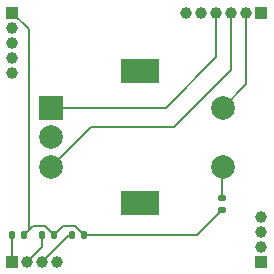
<source format=gbl>
%TF.GenerationSoftware,KiCad,Pcbnew,9.0.5-1.fc42*%
%TF.CreationDate,2025-12-03T04:58:23+01:00*%
%TF.ProjectId,Block-RotaryEncoder-Button,426c6f63-6b2d-4526-9f74-617279456e63,1*%
%TF.SameCoordinates,Original*%
%TF.FileFunction,Copper,L2,Bot*%
%TF.FilePolarity,Positive*%
%FSLAX46Y46*%
G04 Gerber Fmt 4.6, Leading zero omitted, Abs format (unit mm)*
G04 Created by KiCad (PCBNEW 9.0.5-1.fc42) date 2025-12-03 04:58:23*
%MOMM*%
%LPD*%
G01*
G04 APERTURE LIST*
G04 Aperture macros list*
%AMRoundRect*
0 Rectangle with rounded corners*
0 $1 Rounding radius*
0 $2 $3 $4 $5 $6 $7 $8 $9 X,Y pos of 4 corners*
0 Add a 4 corners polygon primitive as box body*
4,1,4,$2,$3,$4,$5,$6,$7,$8,$9,$2,$3,0*
0 Add four circle primitives for the rounded corners*
1,1,$1+$1,$2,$3*
1,1,$1+$1,$4,$5*
1,1,$1+$1,$6,$7*
1,1,$1+$1,$8,$9*
0 Add four rect primitives between the rounded corners*
20,1,$1+$1,$2,$3,$4,$5,0*
20,1,$1+$1,$4,$5,$6,$7,0*
20,1,$1+$1,$6,$7,$8,$9,0*
20,1,$1+$1,$8,$9,$2,$3,0*%
G04 Aperture macros list end*
%TA.AperFunction,ComponentPad*%
%ADD10R,2.000000X2.000000*%
%TD*%
%TA.AperFunction,ComponentPad*%
%ADD11C,2.000000*%
%TD*%
%TA.AperFunction,ComponentPad*%
%ADD12R,3.200000X2.000000*%
%TD*%
%TA.AperFunction,ComponentPad*%
%ADD13R,1.000000X1.000000*%
%TD*%
%TA.AperFunction,ComponentPad*%
%ADD14C,1.000000*%
%TD*%
%TA.AperFunction,SMDPad,CuDef*%
%ADD15RoundRect,0.135000X0.135000X0.185000X-0.135000X0.185000X-0.135000X-0.185000X0.135000X-0.185000X0*%
%TD*%
%TA.AperFunction,SMDPad,CuDef*%
%ADD16RoundRect,0.135000X-0.185000X0.135000X-0.185000X-0.135000X0.185000X-0.135000X0.185000X0.135000X0*%
%TD*%
%TA.AperFunction,Conductor*%
%ADD17C,0.200000*%
%TD*%
G04 APERTURE END LIST*
D10*
%TO.P,SW1,A,A*%
%TO.N,/A*%
X131815000Y-111165000D03*
D11*
%TO.P,SW1,B,B*%
%TO.N,/B*%
X131815000Y-116165000D03*
%TO.P,SW1,C,C*%
%TO.N,GND*%
X131815000Y-113665000D03*
D12*
%TO.P,SW1,MP*%
%TO.N,N/C*%
X139315000Y-108065000D03*
X139315000Y-119265000D03*
D11*
%TO.P,SW1,S1,S1*%
%TO.N,Net-(R2-Pad1)*%
X146315000Y-116165000D03*
%TO.P,SW1,S2,S2*%
%TO.N,/C*%
X146315000Y-111165000D03*
%TD*%
D13*
%TO.P,J4,1,Pin_1*%
%TO.N,/Typ0*%
X128525000Y-124205000D03*
D14*
%TO.P,J4,2,Pin_2*%
%TO.N,/Typ1*%
X129795000Y-124205000D03*
%TO.P,J4,3,Pin_3*%
%TO.N,/Typ2*%
X131065000Y-124205000D03*
%TO.P,J4,4,Pin_4*%
%TO.N,/Typ3*%
X132335000Y-124205000D03*
%TD*%
D15*
%TO.P,R3,1*%
%TO.N,/+3.3V Digital*%
X134571200Y-121945400D03*
%TO.P,R3,2*%
%TO.N,/Typ2*%
X133551200Y-121945400D03*
%TD*%
%TO.P,R5,1*%
%TO.N,/+3.3V Digital*%
X129542000Y-121945400D03*
%TO.P,R5,2*%
%TO.N,/Typ0*%
X128522000Y-121945400D03*
%TD*%
%TO.P,R4,1*%
%TO.N,/+3.3V Digital*%
X132056600Y-121945400D03*
%TO.P,R4,2*%
%TO.N,/Typ1*%
X131036600Y-121945400D03*
%TD*%
D16*
%TO.P,R2,1*%
%TO.N,Net-(R2-Pad1)*%
X146304000Y-118793800D03*
%TO.P,R2,2*%
%TO.N,/+3.3V Digital*%
X146304000Y-119813800D03*
%TD*%
D13*
%TO.P,J2,1,Pin_1*%
%TO.N,/Addr0*%
X149605000Y-124205000D03*
D14*
%TO.P,J2,2,Pin_2*%
%TO.N,/Addr1*%
X149605000Y-122935000D03*
%TO.P,J2,3,Pin_3*%
%TO.N,/Addr2*%
X149605000Y-121665000D03*
%TO.P,J2,4,Pin_4*%
%TO.N,/Addr3*%
X149605000Y-120395000D03*
%TD*%
D13*
%TO.P,J1,1,Pin_1*%
%TO.N,/+3.3V Digital*%
X128525000Y-103125000D03*
D14*
%TO.P,J1,2,Pin_2*%
%TO.N,/AREF*%
X128525000Y-104395000D03*
%TO.P,J1,3,Pin_3*%
%TO.N,GND*%
X128525000Y-105665000D03*
%TO.P,J1,4,Pin_4*%
%TO.N,/SlotBus.Data*%
X128525000Y-106935000D03*
%TO.P,J1,5,Pin_5*%
%TO.N,/SlotBus.Clock*%
X128525000Y-108205000D03*
%TD*%
D13*
%TO.P,J3,1,Pin_1*%
%TO.N,/LED*%
X149605000Y-103125000D03*
D14*
%TO.P,J3,2,Pin_2*%
%TO.N,/C*%
X148335000Y-103125000D03*
%TO.P,J3,3,Pin_3*%
%TO.N,/B*%
X147065000Y-103125000D03*
%TO.P,J3,4,Pin_4*%
%TO.N,/A*%
X145795000Y-103125000D03*
%TO.P,J3,5,Pin_5*%
%TO.N,/A1*%
X144525000Y-103125000D03*
%TO.P,J3,6,Pin_6*%
%TO.N,/A0*%
X143255000Y-103125000D03*
%TD*%
D17*
%TO.N,/+3.3V Digital*%
X146304000Y-119813800D02*
X144172400Y-121945400D01*
X144172400Y-121945400D02*
X134571200Y-121945400D01*
X129946400Y-116890800D02*
X129946400Y-104546400D01*
%TO.N,/B*%
X131815000Y-116165000D02*
X135153200Y-112826800D01*
X135153200Y-112826800D02*
X142189200Y-112826800D01*
X142189200Y-112826800D02*
X147065000Y-107951000D01*
X147065000Y-107951000D02*
X147065000Y-103125000D01*
%TO.N,/+3.3V Digital*%
X130304000Y-121183400D02*
X129542000Y-121945400D01*
X132056600Y-121945400D02*
X131294600Y-121183400D01*
X132818600Y-121183400D02*
X132056600Y-121945400D01*
X129542000Y-121945400D02*
X129946400Y-121541000D01*
X134571200Y-121945400D02*
X133809200Y-121183400D01*
X131294600Y-121183400D02*
X130304000Y-121183400D01*
X129946400Y-104546400D02*
X128525000Y-103125000D01*
X133809200Y-121183400D02*
X132818600Y-121183400D01*
X129946400Y-121541000D02*
X129946400Y-104546400D01*
%TO.N,/C*%
X146315000Y-111165000D02*
X148335000Y-109145000D01*
X148335000Y-109145000D02*
X148335000Y-103125000D01*
%TO.N,/A*%
X131815000Y-111165000D02*
X141488800Y-111165000D01*
X141488800Y-111165000D02*
X145795000Y-106858800D01*
X145795000Y-106858800D02*
X145795000Y-103125000D01*
%TO.N,/Typ0*%
X128522000Y-124202000D02*
X128525000Y-124205000D01*
X128522000Y-121945400D02*
X128522000Y-124202000D01*
%TO.N,/Typ1*%
X131036600Y-121945400D02*
X131036600Y-122963400D01*
X131036600Y-122963400D02*
X129795000Y-124205000D01*
%TO.N,/Typ2*%
X133324600Y-121945400D02*
X131065000Y-124205000D01*
X133551200Y-121945400D02*
X133324600Y-121945400D01*
%TO.N,Net-(R2-Pad1)*%
X146304000Y-116176000D02*
X146315000Y-116165000D01*
X146304000Y-118793800D02*
X146304000Y-116176000D01*
%TD*%
M02*

</source>
